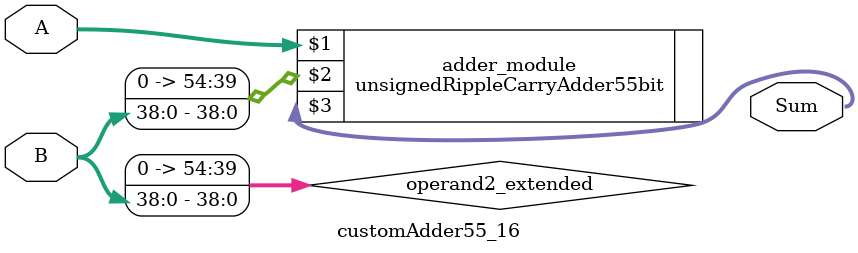
<source format=v>
module customAdder55_16(
                        input [54 : 0] A,
                        input [38 : 0] B,
                        
                        output [55 : 0] Sum
                );

        wire [54 : 0] operand2_extended;
        
        assign operand2_extended =  {16'b0, B};
        
        unsignedRippleCarryAdder55bit adder_module(
            A,
            operand2_extended,
            Sum
        );
        
        endmodule
        
</source>
